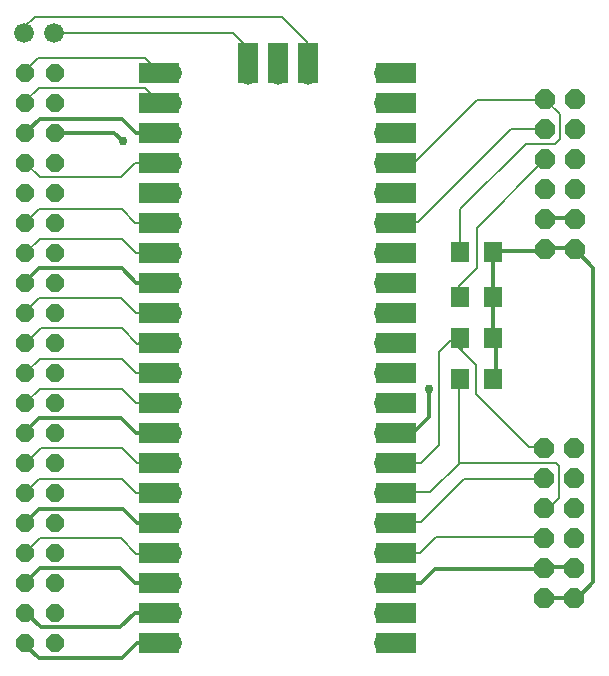
<source format=gbr>
G04 EAGLE Gerber RS-274X export*
G75*
%MOMM*%
%FSLAX34Y34*%
%LPD*%
%INTop Copper*%
%IPPOS*%
%AMOC8*
5,1,8,0,0,1.08239X$1,22.5*%
G01*
%ADD10C,1.508000*%
%ADD11R,3.500000X1.700000*%
%ADD12R,1.700000X3.500000*%
%ADD13P,1.649562X8X112.500000*%
%ADD14C,1.676400*%
%ADD15R,1.600000X1.803000*%
%ADD16P,1.814519X8X292.500000*%
%ADD17C,0.304800*%
%ADD18C,0.203200*%
%ADD19C,0.756400*%


D10*
X370681Y26988D03*
X370681Y52388D03*
X370681Y179388D03*
X370681Y204788D03*
X370681Y77788D03*
X370681Y103188D03*
X370681Y153988D03*
X370681Y128588D03*
X370681Y230188D03*
X370681Y255588D03*
X370681Y280988D03*
X370681Y306388D03*
X370681Y331788D03*
X370681Y357188D03*
X370681Y382588D03*
X370681Y407988D03*
X370681Y433388D03*
X370681Y458788D03*
X370681Y484188D03*
X370681Y509588D03*
X192881Y509588D03*
X192881Y484188D03*
X192881Y458788D03*
X192881Y433388D03*
X192881Y407988D03*
X192881Y382588D03*
X192881Y357188D03*
X192881Y331788D03*
X192881Y306388D03*
X192881Y280988D03*
X192881Y255588D03*
X192881Y230188D03*
X192881Y204788D03*
X192881Y179388D03*
X192881Y153988D03*
X192881Y128588D03*
X192881Y103188D03*
X192881Y77788D03*
X192881Y52388D03*
X192881Y26988D03*
D11*
X381781Y26988D03*
X381781Y52388D03*
X381781Y77788D03*
X381781Y103188D03*
X381781Y128588D03*
X381781Y153988D03*
X381781Y179388D03*
X381781Y204788D03*
X381781Y230188D03*
X381781Y255588D03*
X381781Y280988D03*
X381781Y306388D03*
X381781Y331788D03*
X381781Y357188D03*
X381781Y382588D03*
X381781Y407988D03*
X381781Y433388D03*
X381781Y458788D03*
X381781Y484188D03*
X381781Y509588D03*
X181781Y509588D03*
X181781Y484188D03*
X181781Y458788D03*
X181781Y433388D03*
X181781Y407988D03*
X181781Y382588D03*
X181781Y357188D03*
X181781Y331788D03*
X181781Y306388D03*
X181781Y280988D03*
X181781Y255588D03*
X181781Y230188D03*
X181781Y204788D03*
X181781Y179388D03*
X181781Y153988D03*
X181781Y128588D03*
X181781Y103188D03*
X181781Y77788D03*
X181781Y52388D03*
X181781Y26988D03*
D10*
X307181Y507288D03*
X281781Y507288D03*
X256381Y507288D03*
D12*
X307181Y517538D03*
X281781Y517538D03*
X256381Y517538D03*
D13*
X93663Y26988D03*
X68263Y26988D03*
X93663Y52388D03*
X68263Y52388D03*
X93663Y77788D03*
X68263Y77788D03*
X93663Y103188D03*
X68263Y103188D03*
X93663Y128588D03*
X68263Y128588D03*
X93663Y153988D03*
X68263Y153988D03*
X93663Y179388D03*
X68263Y179388D03*
X93663Y204788D03*
X68263Y204788D03*
X93663Y230188D03*
X68263Y230188D03*
X93663Y255588D03*
X68263Y255588D03*
X93663Y280988D03*
X68263Y280988D03*
X93663Y306388D03*
X68263Y306388D03*
X93663Y331788D03*
X68263Y331788D03*
X93663Y357188D03*
X68263Y357188D03*
X93663Y382588D03*
X68263Y382588D03*
X93663Y407988D03*
X68263Y407988D03*
X93663Y433388D03*
X68263Y433388D03*
X93663Y458788D03*
X68263Y458788D03*
X93663Y484188D03*
X68263Y484188D03*
X93663Y509588D03*
X68263Y509588D03*
D14*
X67469Y543719D03*
X92869Y543719D03*
D15*
X464308Y250031D03*
X435868Y250031D03*
X464308Y357981D03*
X435868Y357981D03*
X464308Y284956D03*
X435868Y284956D03*
X464308Y319881D03*
X435868Y319881D03*
D16*
X507206Y192088D03*
X532606Y192088D03*
X507206Y166688D03*
X532606Y166688D03*
X507206Y141288D03*
X532606Y141288D03*
X507206Y115888D03*
X532606Y115888D03*
X507206Y90488D03*
X532606Y90488D03*
X507206Y65088D03*
X532606Y65088D03*
X508000Y487363D03*
X533400Y487363D03*
X508000Y461963D03*
X533400Y461963D03*
X508000Y436563D03*
X533400Y436563D03*
X508000Y411163D03*
X533400Y411163D03*
X508000Y385763D03*
X533400Y385763D03*
X508000Y360363D03*
X533400Y360363D03*
D17*
X192024Y52578D02*
X182880Y52578D01*
X192024Y52578D02*
X192881Y52388D01*
X182880Y52578D02*
X181781Y52388D01*
X69787Y51435D02*
X68580Y51435D01*
X69787Y51435D02*
X81217Y40005D01*
X148527Y40005D01*
X160750Y52229D01*
X68580Y51435D02*
X68263Y52388D01*
X160948Y52388D02*
X181781Y52388D01*
X160948Y52388D02*
X160750Y52229D01*
X186010Y27432D02*
X192024Y27432D01*
X192881Y26988D01*
X186010Y27432D02*
X184912Y26988D01*
X181781Y26988D01*
X79629Y14065D02*
X68263Y25432D01*
X68263Y26988D01*
X79629Y14065D02*
X150114Y14065D01*
X163036Y26988D01*
X181781Y26988D01*
D18*
X371475Y27432D02*
X381762Y27432D01*
X371475Y27432D02*
X370681Y26988D01*
X381762Y27432D02*
X381781Y26988D01*
X381762Y52578D02*
X371475Y52578D01*
X370681Y52388D01*
X381762Y52578D02*
X381781Y52388D01*
X381762Y104013D02*
X371475Y104013D01*
X370681Y103188D01*
X381781Y103188D02*
X381762Y104013D01*
X506857Y116237D02*
X507206Y115888D01*
X506857Y116237D02*
X415766Y116237D01*
X402717Y103188D01*
X381781Y103188D01*
X381762Y129159D02*
X371475Y129159D01*
X370681Y128588D01*
X381762Y129159D02*
X381781Y128588D01*
X439484Y165735D02*
X506349Y165735D01*
X439484Y165735D02*
X402908Y129159D01*
X382905Y129159D01*
X506349Y165735D02*
X507206Y166688D01*
X382905Y129159D02*
X381781Y128588D01*
X437769Y274415D02*
X437769Y284607D01*
X437769Y274415D02*
X449802Y262382D01*
X437769Y274415D02*
X428466Y283718D01*
X449802Y262382D02*
X449802Y237649D01*
X494284Y193167D01*
X506349Y193167D01*
X437769Y284607D02*
X435868Y284956D01*
X506349Y193167D02*
X507206Y192088D01*
X381762Y179451D02*
X371475Y179451D01*
X370681Y179388D01*
X381762Y179451D02*
X381781Y179388D01*
X418179Y194278D02*
X418179Y273431D01*
X418179Y194278D02*
X403352Y179451D01*
X382905Y179451D01*
X418179Y273431D02*
X428466Y283718D01*
X382905Y179451D02*
X381781Y179388D01*
X381762Y230886D02*
X371475Y230886D01*
X370681Y230188D01*
X381781Y230188D02*
X381762Y230886D01*
X381762Y256032D02*
X371475Y256032D01*
X370681Y255588D01*
X381762Y256032D02*
X381781Y255588D01*
X381762Y281178D02*
X371475Y281178D01*
X370681Y280988D01*
X381762Y281178D02*
X381781Y280988D01*
X381762Y306324D02*
X371475Y306324D01*
X370681Y306388D01*
X381762Y306324D02*
X381781Y306388D01*
X381762Y357759D02*
X371475Y357759D01*
X370681Y357188D01*
X381762Y357759D02*
X381781Y357188D01*
X381762Y382905D02*
X371475Y382905D01*
X370681Y382588D01*
X381762Y382905D02*
X381781Y382588D01*
X479393Y461772D02*
X507492Y461772D01*
X479393Y461772D02*
X400526Y382905D01*
X382905Y382905D01*
X507492Y461772D02*
X508000Y461963D01*
X382905Y382905D02*
X381781Y382588D01*
X435483Y329343D02*
X435483Y320040D01*
X435483Y329343D02*
X450247Y344107D01*
X450247Y378238D01*
X507492Y435483D01*
X435868Y319881D02*
X435483Y320040D01*
X507492Y435483D02*
X508000Y436563D01*
X381762Y408051D02*
X371475Y408051D01*
X370681Y407988D01*
X381762Y408051D02*
X381781Y407988D01*
X381762Y484632D02*
X371475Y484632D01*
X370681Y484188D01*
X381762Y484632D02*
X381781Y484188D01*
X381762Y509778D02*
X371475Y509778D01*
X370681Y509588D01*
X381762Y509778D02*
X381781Y509588D01*
X192024Y509778D02*
X182880Y509778D01*
X192024Y509778D02*
X192881Y509588D01*
X182880Y509778D02*
X181781Y509588D01*
X68263Y509588D02*
X68263Y511429D01*
X78835Y522002D01*
X169513Y522002D01*
X181737Y509778D01*
X181781Y509588D01*
X182880Y484632D02*
X192024Y484632D01*
X192881Y484188D01*
X182880Y484632D02*
X181781Y484188D01*
X79629Y496856D02*
X68263Y485489D01*
X68263Y484188D01*
X79629Y496856D02*
X169513Y496856D01*
X181737Y484632D01*
X181781Y484188D01*
X182880Y408051D02*
X192024Y408051D01*
X192881Y407988D01*
X182880Y408051D02*
X181781Y407988D01*
X182880Y382905D02*
X192024Y382905D01*
X192881Y382588D01*
X182880Y382905D02*
X181781Y382588D01*
X80010Y394335D02*
X68263Y382588D01*
X80010Y394335D02*
X149670Y394335D01*
X161417Y382588D02*
X181781Y382588D01*
X161417Y382588D02*
X149670Y394335D01*
X182880Y357759D02*
X192024Y357759D01*
X192881Y357188D01*
X182880Y357759D02*
X181781Y357188D01*
X68993Y357759D02*
X68580Y357759D01*
X68993Y357759D02*
X80423Y369189D01*
X149670Y369189D01*
X161671Y357188D02*
X181781Y357188D01*
X161671Y357188D02*
X149670Y369189D01*
X68580Y357759D02*
X68263Y357188D01*
X182880Y306324D02*
X192024Y306324D01*
X192881Y306388D01*
X182880Y306324D02*
X181781Y306388D01*
X79629Y318548D02*
X68263Y307181D01*
X68263Y306388D01*
X79629Y318548D02*
X149225Y318548D01*
X161893Y305880D01*
X174286Y306388D02*
X181781Y306388D01*
X174286Y306388D02*
X161893Y305880D01*
X182880Y281178D02*
X192024Y281178D01*
X192881Y280988D01*
X182880Y281178D02*
X181781Y280988D01*
X68993Y281178D02*
X68580Y281178D01*
X68993Y281178D02*
X81217Y293402D01*
X149670Y293402D01*
X162687Y280384D01*
X68580Y281178D02*
X68263Y280988D01*
X165284Y280988D02*
X181781Y280988D01*
X165284Y280988D02*
X162687Y280384D01*
X182880Y256032D02*
X192024Y256032D01*
X192881Y255588D01*
X182880Y256032D02*
X181781Y255588D01*
X68993Y256032D02*
X68580Y256032D01*
X68993Y256032D02*
X80423Y267462D01*
X149670Y267462D01*
X161893Y255238D01*
X68580Y256032D02*
X68263Y255588D01*
X165402Y255588D02*
X181781Y255588D01*
X165402Y255588D02*
X161893Y255238D01*
X182880Y230886D02*
X192024Y230886D01*
X192881Y230188D01*
X182880Y230886D02*
X181781Y230188D01*
X68993Y230886D02*
X68580Y230886D01*
X68993Y230886D02*
X80423Y242316D01*
X149670Y242316D01*
X161798Y230188D02*
X181781Y230188D01*
X161798Y230188D02*
X149670Y242316D01*
X68580Y230886D02*
X68263Y230188D01*
X182880Y179451D02*
X192024Y179451D01*
X192881Y179388D01*
X182880Y179451D02*
X181781Y179388D01*
X68993Y179451D02*
X68580Y179451D01*
X68993Y179451D02*
X81217Y191675D01*
X150463Y191675D01*
X162751Y179388D02*
X181781Y179388D01*
X162751Y179388D02*
X150463Y191675D01*
X68580Y179451D02*
X68263Y179388D01*
X182880Y154305D02*
X192024Y154305D01*
X192881Y153988D01*
X182880Y154305D02*
X181781Y153988D01*
X80010Y165735D02*
X68263Y153988D01*
X80010Y165735D02*
X150463Y165735D01*
X162211Y153988D02*
X181781Y153988D01*
X162211Y153988D02*
X150463Y165735D01*
D17*
X182880Y129159D02*
X192024Y129159D01*
X192881Y128588D01*
X182880Y129159D02*
X181781Y128588D01*
X68644Y129159D02*
X68580Y129159D01*
X68644Y129159D02*
X80074Y140589D01*
X150908Y140589D01*
X162909Y128588D01*
X68580Y129159D02*
X68263Y128588D01*
X162909Y128588D02*
X181781Y128588D01*
X508635Y361188D02*
X532638Y361188D01*
X508635Y361188D02*
X508000Y360363D01*
X532638Y361188D02*
X533400Y360363D01*
X531495Y65151D02*
X507492Y65151D01*
X507206Y65088D01*
X531495Y65151D02*
X532606Y65088D01*
X464058Y285750D02*
X464058Y318897D01*
X464308Y319881D01*
X464058Y285750D02*
X464308Y284956D01*
X464058Y321183D02*
X464058Y357759D01*
X464308Y357981D01*
X464058Y321183D02*
X464308Y319881D01*
X532606Y65088D02*
X536035Y65088D01*
X549180Y78232D01*
X507492Y358902D02*
X465201Y358902D01*
X507492Y358902D02*
X508000Y360363D01*
X465201Y358902D02*
X464308Y357981D01*
X466344Y283464D02*
X466344Y252603D01*
X464308Y250031D01*
X466344Y283464D02*
X464308Y284956D01*
X549180Y344646D02*
X549180Y78232D01*
X549180Y344646D02*
X532638Y361188D01*
D18*
X192024Y104013D02*
X182880Y104013D01*
X192024Y104013D02*
X192881Y103188D01*
X182880Y104013D02*
X181781Y103188D01*
X68993Y104013D02*
X68580Y104013D01*
X68993Y104013D02*
X80423Y115443D01*
X148876Y115443D01*
X161893Y102426D01*
X68580Y104013D02*
X68263Y103188D01*
X176109Y103188D02*
X181781Y103188D01*
X176109Y103188D02*
X161893Y102426D01*
X436626Y358902D02*
X436626Y394018D01*
X491808Y449199D01*
X516382Y449199D01*
X520859Y453676D01*
X520859Y474694D01*
X508635Y486918D01*
X436626Y358902D02*
X435868Y357981D01*
X508635Y486918D02*
X508000Y487363D01*
X381762Y434340D02*
X371475Y434340D01*
X370681Y433388D01*
X381781Y433388D02*
X381762Y434340D01*
X450723Y486918D02*
X507492Y486918D01*
X450723Y486918D02*
X398145Y434340D01*
X382905Y434340D01*
X507492Y486918D02*
X508000Y487363D01*
X382905Y434340D02*
X381781Y433388D01*
X192024Y434340D02*
X182880Y434340D01*
X192024Y434340D02*
X192881Y433388D01*
X182880Y434340D02*
X181781Y433388D01*
X80423Y420973D02*
X68263Y433134D01*
X68263Y433388D01*
X80423Y420973D02*
X148876Y420973D01*
X161290Y433388D02*
X181781Y433388D01*
X161290Y433388D02*
X148876Y420973D01*
X410845Y154305D02*
X435911Y179371D01*
X410845Y154305D02*
X382905Y154305D01*
X381781Y153988D01*
X381762Y154305D02*
X371475Y154305D01*
X370681Y153988D01*
X381762Y154305D02*
X381781Y153988D01*
X511747Y141288D02*
X520065Y149606D01*
X511747Y141288D02*
X507206Y141288D01*
X520065Y149606D02*
X520065Y177006D01*
X517620Y179451D01*
X435959Y179451D01*
X435642Y249805D02*
X435868Y250031D01*
X435642Y249805D02*
X435642Y179394D01*
X435938Y179473D01*
X435911Y179371D01*
X435959Y179451D02*
X435938Y179473D01*
X307467Y507492D02*
X307467Y516636D01*
X307467Y507492D02*
X307181Y507288D01*
X307467Y516636D02*
X307181Y517538D01*
X76105Y556641D02*
X67469Y548005D01*
X67469Y543719D01*
X76105Y556641D02*
X285433Y556641D01*
X306324Y535750D01*
X306324Y517779D01*
X307181Y517538D01*
X282321Y516636D02*
X282321Y507492D01*
X281781Y507288D01*
X282321Y516636D02*
X281781Y517538D01*
X256032Y516636D02*
X256032Y507492D01*
X256381Y507288D01*
X256032Y516636D02*
X256381Y517538D01*
X244380Y542925D02*
X93726Y542925D01*
X256381Y530924D02*
X256381Y517538D01*
X256381Y530924D02*
X244380Y542925D01*
X93726Y542925D02*
X92869Y543719D01*
D17*
X508635Y386334D02*
X532638Y386334D01*
X508635Y386334D02*
X508000Y385763D01*
X532638Y386334D02*
X533400Y385763D01*
X531495Y91440D02*
X507492Y91440D01*
X507206Y90488D01*
X531495Y91440D02*
X532606Y90488D01*
X381762Y77724D02*
X371475Y77724D01*
X370681Y77788D01*
X381762Y77724D02*
X381781Y77788D01*
X415417Y89154D02*
X506349Y89154D01*
X415417Y89154D02*
X403543Y77280D01*
X506349Y89154D02*
X507206Y90488D01*
X403543Y77280D02*
X403055Y77788D01*
X381781Y77788D01*
X381762Y205740D02*
X371475Y205740D01*
X370681Y204788D01*
X381781Y204788D02*
X381762Y205740D01*
X410178Y218218D02*
X410178Y242316D01*
X410178Y218218D02*
X397701Y205740D01*
X382905Y205740D01*
X381781Y204788D01*
D19*
X410178Y242316D03*
D17*
X381762Y332613D02*
X371475Y332613D01*
X370681Y331788D01*
X381781Y331788D02*
X381762Y332613D01*
X381762Y459486D02*
X371475Y459486D01*
X370681Y458788D01*
X381781Y458788D02*
X381762Y459486D01*
X143732Y458343D02*
X93726Y458343D01*
X143732Y458343D02*
X150590Y451485D01*
X93726Y458343D02*
X93663Y458788D01*
D19*
X150590Y451485D03*
D17*
X182880Y459486D02*
X192024Y459486D01*
X192881Y458788D01*
X182880Y459486D02*
X181781Y458788D01*
X68993Y459486D02*
X68580Y459486D01*
X68993Y459486D02*
X80423Y470916D01*
X150114Y470916D01*
X162338Y458692D01*
X68580Y459486D02*
X68263Y458788D01*
X162338Y458692D02*
X162394Y458788D01*
X181781Y458788D01*
X182880Y332613D02*
X192024Y332613D01*
X192881Y331788D01*
X182880Y332613D02*
X181781Y331788D01*
X79629Y344043D02*
X68263Y332677D01*
X68263Y331788D01*
X79629Y344043D02*
X150114Y344043D01*
X162338Y331819D01*
X162383Y331788D02*
X181781Y331788D01*
X162383Y331788D02*
X162338Y331819D01*
X182880Y205740D02*
X192024Y205740D01*
X192881Y204788D01*
X182880Y205740D02*
X181781Y204788D01*
X79629Y217170D02*
X68263Y205804D01*
X68263Y204788D01*
X79629Y217170D02*
X149320Y217170D01*
X161703Y204788D01*
X181781Y204788D01*
X182880Y77724D02*
X192024Y77724D01*
X192881Y77788D01*
X182880Y77724D02*
X181781Y77788D01*
X68993Y78867D02*
X68580Y78867D01*
X68993Y78867D02*
X80423Y90297D01*
X148177Y90297D01*
X160687Y77788D02*
X181781Y77788D01*
X160687Y77788D02*
X148177Y90297D01*
X68580Y78867D02*
X68263Y77788D01*
M02*

</source>
